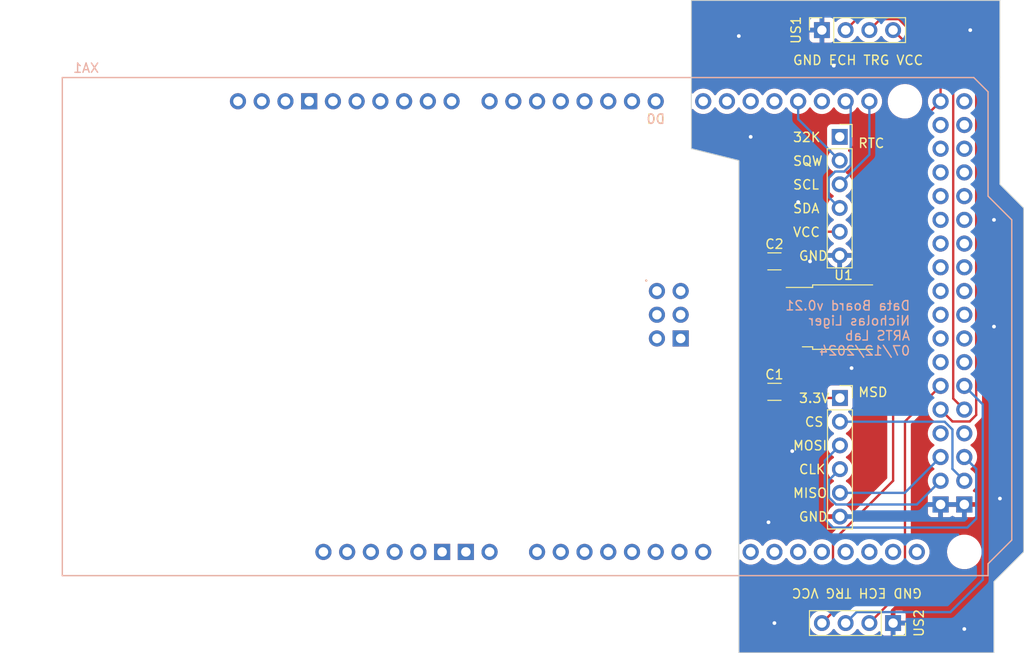
<source format=kicad_pcb>
(kicad_pcb (version 20221018) (generator pcbnew)
  (layers (0 "F.Cu" signal) (31 "B.Cu" signal) (34 "B.Paste" user) (35 "F.Paste" user) (36 "B.SilkS" user "B.Silkscreen") (37 "F.SilkS" user "F.Silkscreen") (38 "B.Mask" user) (39 "F.Mask" user) (44 "Edge.Cuts" user))
  (net 0 "")
  (net 1 "GND")
  (net 2 "Net-(Micro_SD1-3.3V)")
  (net 3 "Net-(Micro_SD1-CS)")
  (net 4 "Net-(Micro_SD1-MOSI)")
  (net 5 "Net-(Micro_SD1-CLK)")
  (net 6 "Net-(Micro_SD1-MISO)")
  (net 7 "Net-(U1-VIN)")
  (net 9 "Net-(RT1-~{INT}{slash}SQW)")
  (net 10 "Net-(RT1-SCL)")
  (net 51 "Net-(RT1-SDA)")
  (net 52 "Net-(US1-ECHO)")
  (net 90 "Net-(US1-TRIG)")
  (net 91 "Net-(US2-ECHO)")
  (net 92 "Net-(US2-TRIG)")
  (footprint "Connector_PinSocket_2.54mm:PinSocket_1x04_P2.54mm_Vertical" (layer "F.Cu") (at 191.77 132.08 -90)
    (fp_text reference "US2" (at 0 -2.77 90) (layer "F.SilkS"))
    (fp_text value "JSN-04")
    (fp_line (start -1.33 1.27) (end -1.33 8.95) (stroke (width 0.12)) (layer "F.SilkS"))
    (fp_line (start -1.33 1.27) (end 1.33 1.27) (stroke (width 0.12)) (layer "F.SilkS"))
    (fp_line (start -1.33 8.95) (end 1.33 8.95) (stroke (width 0.12)) (layer "F.SilkS"))
    (fp_line (start 0 -1.33) (end 1.33 -1.33) (stroke (width 0.12)) (layer "F.SilkS"))
    (fp_line (start 1.33 -1.33) (end 1.33 0) (stroke (width 0.12)) (layer "F.SilkS"))
    (fp_line (start 1.33 1.27) (end 1.33 8.95) (stroke (width 0.12)) (layer "F.SilkS"))
    (pad "1" thru_hole rect (at 0 0 270) (size 1.7 1.7) (drill 1) (layers "*.Cu" "*.Mask") (net 1 "GND"))
    (pad "2" thru_hole oval (at 0 2.54 270) (size 1.7 1.7) (drill 1) (layers "*.Cu" "*.Mask") (net 91 "Net-(US2-ECHO)"))
    (pad "3" thru_hole oval (at 0 5.08 270) (size 1.7 1.7) (drill 1) (layers "*.Cu" "*.Mask") (net 92 "Net-(US2-TRIG)"))
    (pad "4" thru_hole oval (at 0 7.62 270) (size 1.7 1.7) (drill 1) (layers "*.Cu" "*.Mask") (net 7 "Net-(U1-VIN)"))
  )
  (footprint "Capacitor_SMD:C_1206_3216Metric" (layer "F.Cu") (at 179.07 93.345)
    (fp_text reference "C2" (at 0 -1.85) (layer "F.SilkS"))
    (fp_text value "0.33 µF")
    (fp_line (start -0.711252 -0.91) (end 0.711252 -0.91) (stroke (width 0.12)) (layer "F.SilkS"))
    (fp_line (start -0.711252 0.91) (end 0.711252 0.91) (stroke (width 0.12)) (layer "F.SilkS"))
    (pad "1" smd roundrect (at -1.475 0) (size 1.15 1.8) (layers "F.Cu" "F.Paste" "F.Mask") (roundrect_rratio 0.217391) (net 1 "GND"))
    (pad "2" smd roundrect (at 1.475 0) (size 1.15 1.8) (layers "F.Cu" "F.Paste" "F.Mask") (roundrect_rratio 0.217391) (net 7 "Net-(U1-VIN)"))
  )
  (footprint "Connector_PinSocket_2.54mm:PinSocket_1x06_P2.54mm_Vertical" (layer "F.Cu") (at 186.08 107.975)
    (fp_text reference "Micro_SD1" hide)
    (fp_text value "microSD_small")
    (fp_line (start -1.33 1.27) (end -1.33 14.03) (stroke (width 0.12)) (layer "F.SilkS"))
    (fp_line (start -1.33 1.27) (end 1.33 1.27) (stroke (width 0.12)) (layer "F.SilkS"))
    (fp_line (start -1.33 14.03) (end 1.33 14.03) (stroke (width 0.12)) (layer "F.SilkS"))
    (fp_line (start 0 -1.33) (end 1.33 -1.33) (stroke (width 0.12)) (layer "F.SilkS"))
    (fp_line (start 1.33 -1.33) (end 1.33 0) (stroke (width 0.12)) (layer "F.SilkS"))
    (fp_line (start 1.33 1.27) (end 1.33 14.03) (stroke (width 0.12)) (layer "F.SilkS"))
    (pad "1" thru_hole rect (at 0 0) (size 1.7 1.7) (drill 1) (layers "*.Cu" "*.Mask") (net 2 "Net-(Micro_SD1-3.3V)"))
    (pad "2" thru_hole oval (at 0 2.54) (size 1.7 1.7) (drill 1) (layers "*.Cu" "*.Mask") (net 3 "Net-(Micro_SD1-CS)"))
    (pad "3" thru_hole oval (at 0 5.08) (size 1.7 1.7) (drill 1) (layers "*.Cu" "*.Mask") (net 4 "Net-(Micro_SD1-MOSI)"))
    (pad "4" thru_hole oval (at 0 7.62) (size 1.7 1.7) (drill 1) (layers "*.Cu" "*.Mask") (net 5 "Net-(Micro_SD1-CLK)"))
    (pad "5" thru_hole oval (at 0 10.16) (size 1.7 1.7) (drill 1) (layers "*.Cu" "*.Mask") (net 6 "Net-(Micro_SD1-MISO)"))
    (pad "6" thru_hole oval (at 0 12.7) (size 1.7 1.7) (drill 1) (layers "*.Cu" "*.Mask") (net 1 "GND"))
  )
  (footprint "Capacitor_SMD:C_1206_3216Metric" (layer "F.Cu") (at 179.07 107.315)
    (fp_text reference "C1" (at 0 -1.85) (layer "F.SilkS"))
    (fp_text value "0.1 µF")
    (fp_line (start -0.711252 -0.91) (end 0.711252 -0.91) (stroke (width 0.12)) (layer "F.SilkS"))
    (fp_line (start -0.711252 0.91) (end 0.711252 0.91) (stroke (width 0.12)) (layer "F.SilkS"))
    (pad "1" smd roundrect (at -1.475 0) (size 1.15 1.8) (layers "F.Cu" "F.Paste" "F.Mask") (roundrect_rratio 0.217391) (net 1 "GND"))
    (pad "2" smd roundrect (at 1.475 0) (size 1.15 1.8) (layers "F.Cu" "F.Paste" "F.Mask") (roundrect_rratio 0.217391) (net 2 "Net-(Micro_SD1-3.3V)"))
  )
  (footprint "Connector_PinSocket_2.54mm:PinSocket_1x06_P2.54mm_Vertical" (layer "F.Cu") (at 186.055 80.01)
    (fp_text reference "RT1" hide)
    (fp_text value "Real Time Clock")
    (fp_line (start -1.33 1.27) (end -1.33 14.03) (stroke (width 0.12)) (layer "F.SilkS"))
    (fp_line (start -1.33 1.27) (end 1.33 1.27) (stroke (width 0.12)) (layer "F.SilkS"))
    (fp_line (start -1.33 14.03) (end 1.33 14.03) (stroke (width 0.12)) (layer "F.SilkS"))
    (fp_line (start 0 -1.33) (end 1.33 -1.33) (stroke (width 0.12)) (layer "F.SilkS"))
    (fp_line (start 1.33 -1.33) (end 1.33 0) (stroke (width 0.12)) (layer "F.SilkS"))
    (fp_line (start 1.33 1.27) (end 1.33 14.03) (stroke (width 0.12)) (layer "F.SilkS"))
    (pad "1" thru_hole rect (at 0 0) (size 1.7 1.7) (drill 1) (layers "*.Cu" "*.Mask"))
    (pad "2" thru_hole oval (at 0 2.54) (size 1.7 1.7) (drill 1) (layers "*.Cu" "*.Mask") (net 9 "Net-(RT1-~{INT}{slash}SQW)"))
    (pad "3" thru_hole oval (at 0 5.08) (size 1.7 1.7) (drill 1) (layers "*.Cu" "*.Mask") (net 10 "Net-(RT1-SCL)"))
    (pad "4" thru_hole oval (at 0 7.62) (size 1.7 1.7) (drill 1) (layers "*.Cu" "*.Mask") (net 51 "Net-(RT1-SDA)"))
    (pad "5" thru_hole oval (at 0 10.16) (size 1.7 1.7) (drill 1) (layers "*.Cu" "*.Mask") (net 2 "Net-(Micro_SD1-3.3V)"))
    (pad "6" thru_hole oval (at 0 12.7) (size 1.7 1.7) (drill 1) (layers "*.Cu" "*.Mask") (net 1 "GND"))
  )
  (footprint "PCM_arduino-library:Arduino_Mega2560_R3_Shield" (layer "F.Cu") (at 102.87 127)
    (fp_text reference "XA1" (at 2.54 -54.356) (layer "B.SilkS") (effects (justify mirror)))
    (fp_text value "Arduino_Mega2560_Shield")
    (fp_text user "." (at 62.484 -32.004) (layer "B.SilkS"))
    (fp_text user "D0" (at 63.5 -48.895 unlocked) (layer "B.SilkS") (effects (justify mirror)))
    (fp_text user "." (at 62.484 -32.004) (layer "F.SilkS"))
    (fp_text user "D0" (at 63.5 -48.895 unlocked) (layer "F.SilkS"))
    (fp_line (start 0 -53.34) (end 0 0) (stroke (width 0.15)) (layer "B.SilkS"))
    (fp_line (start 0 -53.34) (end 97.536 -53.34) (stroke (width 0.15)) (layer "B.SilkS"))
    (fp_line (start 0 0) (end 99.06 0) (stroke (width 0.15)) (layer "B.SilkS"))
    (fp_line (start 97.536 -53.34) (end 99.06 -51.816) (stroke (width 0.15)) (layer "B.SilkS"))
    (fp_line (start 99.06 -40.64) (end 99.06 -51.816) (stroke (width 0.15)) (layer "B.SilkS"))
    (fp_line (start 99.06 -1.27) (end 101.6 -3.81) (stroke (width 0.15)) (layer "B.SilkS"))
    (fp_line (start 99.06 0) (end 99.06 -1.27) (stroke (width 0.15)) (layer "B.SilkS"))
    (fp_line (start 101.6 -38.1) (end 99.06 -40.64) (stroke (width 0.15)) (layer "B.SilkS"))
    (fp_line (start 101.6 -3.81) (end 101.6 -38.1) (stroke (width 0.15)) (layer "B.SilkS"))
    (pad "" np_thru_hole circle (at 13.97 -2.54) (size 3.2 3.2) (drill 3.2) (layers "*.Cu" "*.Mask"))
    (pad "" np_thru_hole circle (at 15.24 -50.8) (size 3.2 3.2) (drill 3.2) (layers "*.Cu" "*.Mask"))
    (pad "" thru_hole oval (at 27.94 -2.54) (size 1.7272 1.7272) (drill 1.016) (layers "*.Cu" "*.Mask"))
    (pad "" np_thru_hole circle (at 66.04 -35.56) (size 3.2 3.2) (drill 3.2) (layers "*.Cu" "*.Mask"))
    (pad "" np_thru_hole circle (at 66.04 -7.62) (size 3.2 3.2) (drill 3.2) (layers "*.Cu" "*.Mask"))
    (pad "" np_thru_hole circle (at 90.17 -50.8) (size 3.2 3.2) (drill 3.2) (layers "*.Cu" "*.Mask"))
    (pad "" np_thru_hole circle (at 96.52 -2.54) (size 3.2 3.2) (drill 3.2) (layers "*.Cu" "*.Mask"))
    (pad "3V3" thru_hole oval (at 35.56 -2.54) (size 1.7272 1.7272) (drill 1.016) (layers "*.Cu" "*.Mask"))
    (pad "5V1" thru_hole oval (at 38.1 -2.54) (size 1.7272 1.7272) (drill 1.016) (layers "*.Cu" "*.Mask"))
    (pad "5V2" thru_hole oval (at 66.167 -30.48) (size 1.7272 1.7272) (drill 1.016) (layers "*.Cu" "*.Mask"))
    (pad "5V3" thru_hole oval (at 93.98 -50.8) (size 1.7272 1.7272) (drill 1.016) (layers "*.Cu" "*.Mask") (net 7 "Net-(U1-VIN)"))
    (pad "5V4" thru_hole oval (at 96.52 -50.8) (size 1.7272 1.7272) (drill 1.016) (layers "*.Cu" "*.Mask"))
    (pad "A0" thru_hole oval (at 50.8 -2.54) (size 1.7272 1.7272) (drill 1.016) (layers "*.Cu" "*.Mask"))
    (pad "A1" thru_hole oval (at 53.34 -2.54) (size 1.7272 1.7272) (drill 1.016) (layers "*.Cu" "*.Mask"))
    (pad "A2" thru_hole oval (at 55.88 -2.54) (size 1.7272 1.7272) (drill 1.016) (layers "*.Cu" "*.Mask"))
    (pad "A3" thru_hole oval (at 58.42 -2.54) (size 1.7272 1.7272) (drill 1.016) (layers "*.Cu" "*.Mask"))
    (pad "A4" thru_hole oval (at 60.96 -2.54) (size 1.7272 1.7272) (drill 1.016) (layers "*.Cu" "*.Mask"))
    (pad "A5" thru_hole oval (at 63.5 -2.54) (size 1.7272 1.7272) (drill 1.016) (layers "*.Cu" "*.Mask"))
    (pad "A6" thru_hole oval (at 66.04 -2.54) (size 1.7272 1.7272) (drill 1.016) (layers "*.Cu" "*.Mask"))
    (pad "A7" thru_hole oval (at 68.58 -2.54) (size 1.7272 1.7272) (drill 1.016) (layers "*.Cu" "*.Mask"))
    (pad "A8" thru_hole oval (at 73.66 -2.54) (size 1.7272 1.7272) (drill 1.016) (layers "*.Cu" "*.Mask"))
    (pad "A9" thru_hole oval (at 76.2 -2.54) (size 1.7272 1.7272) (drill 1.016) (layers "*.Cu" "*.Mask"))
    (pad "A10" thru_hole oval (at 78.74 -2.54) (size 1.7272 1.7272) (drill 1.016) (layers "*.Cu" "*.Mask"))
    (pad "A11" thru_hole oval (at 81.28 -2.54) (size 1.7272 1.7272) (drill 1.016) (layers "*.Cu" "*.Mask"))
    (pad "A12" thru_hole oval (at 83.82 -2.54) (size 1.7272 1.7272) (drill 1.016) (layers "*.Cu" "*.Mask"))
    (pad "A13" thru_hole oval (at 86.36 -2.54) (size 1.7272 1.7272) (drill 1.016) (layers "*.Cu" "*.Mask"))
    (pad "A14" thru_hole oval (at 88.9 -2.54) (size 1.7272 1.7272) (drill 1.016) (layers "*.Cu" "*.Mask"))
    (pad "A15" thru_hole oval (at 91.44 -2.54) (size 1.7272 1.7272) (drill 1.016) (layers "*.Cu" "*.Mask"))
    (pad "AREF" thru_hole oval (at 23.876 -50.8) (size 1.7272 1.7272) (drill 1.016) (layers "*.Cu" "*.Mask"))
    (pad "D0" thru_hole oval (at 63.5 -50.8) (size 1.7272 1.7272) (drill 1.016) (layers "*.Cu" "*.Mask"))
    (pad "D1" thru_hole oval (at 60.96 -50.8) (size 1.7272 1.7272) (drill 1.016) (layers "*.Cu" "*.Mask"))
    (pad "D2" thru_hole oval (at 58.42 -50.8) (size 1.7272 1.7272) (drill 1.016) (layers "*.Cu" "*.Mask"))
    (pad "D3" thru_hole oval (at 55.88 -50.8) (size 1.7272 1.7272) (drill 1.016) (layers "*.Cu" "*.Mask"))
    (pad "D4" thru_hole oval (at 53.34 -50.8) (size 1.7272 1.7272) (drill 1.016) (layers "*.Cu" "*.Mask"))
    (pad "D5" thru_hole oval (at 50.8 -50.8) (size 1.7272 1.7272) (drill 1.016) (layers "*.Cu" "*.Mask"))
    (pad "D6" thru_hole oval (at 48.26 -50.8) (size 1.7272 1.7272) (drill 1.016) (layers "*.Cu" "*.Mask"))
    (pad "D7" thru_hole oval (at 45.72 -50.8) (size 1.7272 1.7272) (drill 1.016) (layers "*.Cu" "*.Mask"))
    (pad "D8" thru_hole oval (at 41.656 -50.8) (size 1.7272 1.7272) (drill 1.016) (layers "*.Cu" "*.Mask"))
    (pad "D9" thru_hole oval (at 39.116 -50.8) (size 1.7272 1.7272) (drill 1.016) (layers "*.Cu" "*.Mask"))
    (pad "D10" thru_hole oval (at 36.576 -50.8) (size 1.7272 1.7272) (drill 1.016) (layers "*.Cu" "*.Mask"))
    (pad "D11" thru_hole oval (at 34.036 -50.8) (size 1.7272 1.7272) (drill 1.016) (layers "*.Cu" "*.Mask"))
    (pad "D12" thru_hole oval (at 31.496 -50.8) (size 1.7272 1.7272) (drill 1.016) (layers "*.Cu" "*.Mask"))
    (pad "D13" thru_hole oval (at 28.956 -50.8) (size 1.7272 1.7272) (drill 1.016) (layers "*.Cu" "*.Mask"))
    (pad "D14" thru_hole oval (at 68.58 -50.8) (size 1.7272 1.7272) (drill 1.016) (layers "*.Cu" "*.Mask"))
    (pad "D15" thru_hole oval (at 71.12 -50.8) (size 1.7272 1.7272) (drill 1.016) (layers "*.Cu" "*.Mask"))
    (pad "D16" thru_hole oval (at 73.66 -50.8) (size 1.7272 1.7272) (drill 1.016) (layers "*.Cu" "*.Mask"))
    (pad "D17" thru_hole oval (at 76.2 -50.8) (size 1.7272 1.7272) (drill 1.016) (layers "*.Cu" "*.Mask"))
    (pad "D18" thru_hole oval (at 78.74 -50.8) (size 1.7272 1.7272) (drill 1.016) (layers "*.Cu" "*.Mask") (net 9 "Net-(RT1-~{INT}{slash}SQW)"))
    (pad "D19" thru_hole oval (at 81.28 -50.8) (size 1.7272 1.7272) (drill 1.016) (layers "*.Cu" "*.Mask"))
    (pad "D20" thru_hole oval (at 83.82 -50.8) (size 1.7272 1.7272) (drill 1.016) (layers "*.Cu" "*.Mask") (net 51 "Net-(RT1-SDA)"))
    (pad "D21" thru_hole oval (at 86.36 -50.8) (size 1.7272 1.7272) (drill 1.016) (layers "*.Cu" "*.Mask") (net 10 "Net-(RT1-SCL)"))
    (pad "D22" thru_hole oval (at 93.98 -48.26) (size 1.7272 1.7272) (drill 1.016) (layers "*.Cu" "*.Mask"))
    (pad "D23" thru_hole oval (at 96.52 -48.26) (size 1.7272 1.7272) (drill 1.016) (layers "*.Cu" "*.Mask"))
    (pad "D24" thru_hole oval (at 93.98 -45.72) (size 1.7272 1.7272) (drill 1.016) (layers "*.Cu" "*.Mask"))
    (pad "D25" thru_hole oval (at 96.52 -45.72) (size 1.7272 1.7272) (drill 1.016) (layers "*.Cu" "*.Mask"))
    (pad "D26" thru_hole oval (at 93.98 -43.18) (size 1.7272 1.7272) (drill 1.016) (layers "*.Cu" "*.Mask"))
    (pad "D27" thru_hole oval (at 96.52 -43.18) (size 1.7272 1.7272) (drill 1.016) (layers "*.Cu" "*.Mask"))
    (pad "D28" thru_hole oval (at 93.98 -40.64) (size 1.7272 1.7272) (drill 1.016) (layers "*.Cu" "*.Mask"))
    (pad "D29" thru_hole oval (at 96.52 -40.64) (size 1.7272 1.7272) (drill 1.016) (layers "*.Cu" "*.Mask"))
    (pad "D30" thru_hole oval (at 93.98 -38.1) (size 1.7272 1.7272) (drill 1.016) (layers "*.Cu" "*.Mask"))
    (pad "D31" thru_hole oval (at 96.52 -38.1) (size 1.7272 1.7272) (drill 1.016) (layers "*.Cu" "*.Mask"))
    (pad "D32" thru_hole oval (at 93.98 -35.56) (size 1.7272 1.7272) (drill 1.016) (layers "*.Cu" "*.Mask"))
    (pad "D33" thru_hole oval (at 96.52 -35.56) (size 1.7272 1.7272) (drill 1.016) (layers "*.Cu" "*.Mask"))
    (pad "D34" thru_hole oval (at 93.98 -33.02) (size 1.7272 1.7272) (drill 1.016) (layers "*.Cu" "*.Mask"))
    (pad "D35" thru_hole oval (at 96.52 -33.02) (size 1.7272 1.7272) (drill 1.016) (layers "*.Cu" "*.Mask"))
    (pad "D36" thru_hole oval (at 93.98 -30.48) (size 1.7272 1.7272) (drill 1.016) (layers "*.Cu" "*.Mask"))
    (pad "D37" thru_hole oval (at 96.52 -30.48) (size 1.7272 1.7272) (drill 1.016) (layers "*.Cu" "*.Mask"))
    (pad "D38" thru_hole oval (at 93.98 -27.94) (size 1.7272 1.7272) (drill 1.016) (layers "*.Cu" "*.Mask"))
    (pad "D39" thru_hole oval (at 96.52 -27.94) (size 1.7272 1.7272) (drill 1.016) (layers "*.Cu" "*.Mask"))
    (pad "D40" thru_hole oval (at 93.98 -25.4) (size 1.7272 1.7272) (drill 1.016) (layers "*.Cu" "*.Mask"))
    (pad "D41" thru_hole oval (at 96.52 -25.4) (size 1.7272 1.7272) (drill 1.016) (layers "*.Cu" "*.Mask"))
    (pad "D42" thru_hole oval (at 93.98 -22.86) (size 1.7272 1.7272) (drill 1.016) (layers "*.Cu" "*.Mask"))
    (pad "D43" thru_hole oval (at 96.52 -22.86) (size 1.7272 1.7272) (drill 1.016) (layers "*.Cu" "*.Mask"))
    (pad "D44" thru_hole oval (at 93.98 -20.32) (size 1.7272 1.7272) (drill 1.016) (layers "*.Cu" "*.Mask") (net 91 "Net-(US2-ECHO)"))
    (pad "D45" thru_hole oval (at 96.52 -20.32) (size 1.7272 1.7272) (drill 1.016) (layers "*.Cu" "*.Mask") (net 92 "Net-(US2-TRIG)"))
    (pad "D46" thru_hole oval (at 93.98 -17.78) (size 1.7272 1.7272) (drill 1.016) (layers "*.Cu" "*.Mask") (net 52 "Net-(US1-ECHO)"))
    (pad "D47" thru_hole oval (at 96.52 -17.78) (size 1.7272 1.7272) (drill 1.016) (layers "*.Cu" "*.Mask") (net 90 "Net-(US1-TRIG)"))
    (pad "D48" thru_hole oval (at 93.98 -15.24) (size 1.7272 1.7272) (drill 1.016) (layers "*.Cu" "*.Mask"))
    (pad "D49" thru_hole oval (at 96.52 -15.24) (size 1.7272 1.7272) (drill 1.016) (layers "*.Cu" "*.Mask"))
    (pad "D50" thru_hole oval (at 93.98 -12.7) (size 1.7272 1.7272) (drill 1.016) (layers "*.Cu" "*.Mask") (net 6 "Net-(Micro_SD1-MISO)"))
    (pad "D51" thru_hole oval (at 96.52 -12.7) (size 1.7272 1.7272) (drill 1.016) (layers "*.Cu" "*.Mask") (net 4 "Net-(Micro_SD1-MOSI)"))
    (pad "D52" thru_hole oval (at 93.98 -10.16) (size 1.7272 1.7272) (drill 1.016) (layers "*.Cu" "*.Mask") (net 5 "Net-(Micro_SD1-CLK)"))
    (pad "D53" thru_hole oval (at 96.52 -10.16) (size 1.7272 1.7272) (drill 1.016) (layers "*.Cu" "*.Mask") (net 3 "Net-(Micro_SD1-CS)"))
    (pad "GND1" thru_hole rect (at 26.416 -50.8) (size 1.7272 1.7272) (drill 1.016) (layers "*.Cu" "*.Mask"))
    (pad "GND2" thru_hole rect (at 40.64 -2.54) (size 1.7272 1.7272) (drill 1.016) (layers "*.Cu" "*.Mask"))
    (pad "GND3" thru_hole rect (at 43.18 -2.54) (size 1.7272 1.7272) (drill 1.016) (layers "*.Cu" "*.Mask"))
    (pad "GND4" thru_hole rect (at 66.167 -25.4) (size 1.7272 1.7272) (drill 1.016) (layers "*.Cu" "*.Mask"))
    (pad "GND5" thru_hole rect (at 93.98 -7.62) (size 1.7272 1.7272) (drill 1.016) (layers "*.Cu" "*.Mask") (net 1 "GND"))
    (pad "GND6" thru_hole rect (at 96.52 -7.62) (size 1.7272 1.7272) (drill 1.016) (layers "*.Cu" "*.Mask") (net 1 "GND"))
    (pad "IORF" thru_hole oval (at 30.48 -2.54) (size 1.7272 1.7272) (drill 1.016) (layers "*.Cu" "*.Mask"))
    (pad "MISO" thru_hole oval (at 63.627 -30.48) (size 1.7272 1.7272) (drill 1.016) (layers "*.Cu" "*.Mask"))
    (pad "MOSI" thru_hole oval (at 66.167 -27.94) (size 1.7272 1.7272) (drill 1.016) (layers "*.Cu" "*.Mask"))
    (pad "RST1" thru_hole oval (at 33.02 -2.54) (size 1.7272 1.7272) (drill 1.016) (layers "*.Cu" "*.Mask"))
    (pad "RST2" thru_hole oval (at 63.627 -25.4) (size 1.7272 1.7272) (drill 1.016) (layers "*.Cu" "*.Mask"))
    (pad "SCK" thru_hole oval (at 63.627 -27.94) (size 1.7272 1.7272) (drill 1.016) (layers "*.Cu" "*.Mask"))
    (pad "SCL" thru_hole oval (at 18.796 -50.8) (size 1.7272 1.7272) (drill 1.016) (layers "*.Cu" "*.Mask"))
    (pad "SDA" thru_hole oval (at 21.336 -50.8) (size 1.7272 1.7272) (drill 1.016) (layers "*.Cu" "*.Mask"))
    (pad "VIN" thru_hole oval (at 45.72 -2.54) (size 1.7272 1.7272) (drill 1.016) (layers "*.Cu" "*.Mask"))
  )
  (footprint "Connector_PinSocket_2.54mm:PinSocket_1x04_P2.54mm_Vertical" (layer "F.Cu") (at 184.15 68.58 90)
    (fp_text reference "US1" (at 0 -2.77 90) (layer "F.SilkS"))
    (fp_text value "JSN-04")
    (fp_line (start -1.33 1.27) (end -1.33 8.95) (stroke (width 0.12)) (layer "F.SilkS"))
    (fp_line (start -1.33 1.27) (end 1.33 1.27) (stroke (width 0.12)) (layer "F.SilkS"))
    (fp_line (start -1.33 8.95) (end 1.33 8.95) (stroke (width 0.12)) (layer "F.SilkS"))
    (fp_line (start 0 -1.33) (end 1.33 -1.33) (stroke (width 0.12)) (layer "F.SilkS"))
    (fp_line (start 1.33 -1.33) (end 1.33 0) (stroke (width 0.12)) (layer "F.SilkS"))
    (fp_line (start 1.33 1.27) (end 1.33 8.95) (stroke (width 0.12)) (layer "F.SilkS"))
    (pad "1" thru_hole rect (at 0 0 90) (size 1.7 1.7) (drill 1) (layers "*.Cu" "*.Mask") (net 1 "GND"))
    (pad "2" thru_hole oval (at 0 2.54 90) (size 1.7 1.7) (drill 1) (layers "*.Cu" "*.Mask") (net 52 "Net-(US1-ECHO)"))
    (pad "3" thru_hole oval (at 0 5.08 90) (size 1.7 1.7) (drill 1) (layers "*.Cu" "*.Mask") (net 90 "Net-(US1-TRIG)"))
    (pad "4" thru_hole oval (at 0 7.62 90) (size 1.7 1.7) (drill 1) (layers "*.Cu" "*.Mask") (net 7 "Net-(U1-VIN)"))
  )
  (footprint "Package_TO_SOT_SMD:TO-252-3_TabPin2" (layer "F.Cu") (at 186.47 99.315)
    (fp_text reference "U1" (at 0 -4.5) (layer "F.SilkS"))
    (fp_text value "Fixed 3.3V Linear Regulator")
    (fp_line (start -3.31 -3.45) (end -3.31 -3.18) (stroke (width 0.12)) (layer "F.SilkS"))
    (fp_line (start -3.31 -3.18) (end -6.14 -3.18) (stroke (width 0.12)) (layer "F.SilkS"))
    (fp_line (start -3.31 3.18) (end -4.41 3.18) (stroke (width 0.12)) (layer "F.SilkS"))
    (fp_line (start -3.31 3.45) (end -3.31 3.18) (stroke (width 0.12)) (layer "F.SilkS"))
    (fp_line (start 3.11 -3.45) (end -3.31 -3.45) (stroke (width 0.12)) (layer "F.SilkS"))
    (fp_line (start 3.11 3.45) (end -3.31 3.45) (stroke (width 0.12)) (layer "F.SilkS"))
    (pad "1" smd roundrect (at -5.04 -2.28) (size 2.2 1.2) (layers "F.Cu" "F.Paste" "F.Mask") (roundrect_rratio 0.208333) (net 7 "Net-(U1-VIN)"))
    (pad "2" smd roundrect (at -5.04 0) (size 2.2 1.2) (layers "F.Cu" "F.Paste" "F.Mask") (roundrect_rratio 0.208333) (net 1 "GND"))
    (pad "2" smd roundrect (at -0.415 -1.525) (size 3.05 2.75) (layers "F.Cu" "F.Paste") (roundrect_rratio 0.090909) (net 1 "GND"))
    (pad "2" smd roundrect (at -0.415 1.525) (size 3.05 2.75) (layers "F.Cu" "F.Paste") (roundrect_rratio 0.090909) (net 1 "GND"))
    (pad "2" smd roundrect (at 1.26 0) (size 6.4 5.8) (layers "F.Cu" "F.Mask") (roundrect_rratio 0.043103) (net 1 "GND"))
    (pad "2" smd roundrect (at 2.935 -1.525) (size 3.05 2.75) (layers "F.Cu" "F.Paste") (roundrect_rratio 0.090909) (net 1 "GND"))
    (pad "2" smd roundrect (at 2.935 1.525) (size 3.05 2.75) (layers "F.Cu" "F.Paste") (roundrect_rratio 0.090909) (net 1 "GND"))
    (pad "3" smd roundrect (at -5.04 2.28) (size 2.2 1.2) (layers "F.Cu" "F.Paste" "F.Mask") (roundrect_rratio 0.208333) (net 2 "Net-(Micro_SD1-3.3V)"))
  )
  (gr_line (start 205.74 87.63) (end 203.2 85.09) (stroke (width 0.1)) (layer "Edge.Cuts"))
  (gr_line (start 175.26 135.255) (end 202.565 135.255) (stroke (width 0.1)) (layer "Edge.Cuts"))
  (gr_line (start 202.565 135.255) (end 202.565 127.635) (stroke (width 0.1)) (layer "Edge.Cuts"))
  (gr_line (start 203.2 65.405) (end 203.2 73.66) (stroke (width 0.1)) (layer "Edge.Cuts"))
  (gr_line (start 170.18 65.405) (end 203.2 65.405) (stroke (width 0.1)) (layer "Edge.Cuts"))
  (gr_line (start 170.18 73.66) (end 170.18 65.405) (stroke (width 0.1)) (layer "Edge.Cuts"))
  (gr_line (start 175.26 82.55) (end 170.18 81.28) (stroke (width 0.1)) (layer "Edge.Cuts"))
  (gr_line (start 205.74 124.46) (end 205.74 87.63) (stroke (width 0.1)) (layer "Edge.Cuts"))
  (gr_line (start 175.26 127) (end 175.26 135.255) (stroke (width 0.1)) (layer "Edge.Cuts"))
  (gr_line (start 203.2 85.09) (end 203.2 73.66) (stroke (width 0.1)) (layer "Edge.Cuts"))
  (gr_line (start 170.18 73.66) (end 170.18 81.28) (stroke (width 0.1)) (layer "Edge.Cuts"))
  (gr_line (start 202.565 127.635) (end 205.74 124.46) (stroke (width 0.1)) (layer "Edge.Cuts"))
  (gr_line (start 175.26 127) (end 175.26 82.55) (stroke (width 0.1)) (layer "Edge.Cuts"))
  (gr_text "Data Board v0.21\nNicholas Liger\nARTS Lab\n07/12/2024" (at 193.675 103.505) (layer "B.SilkS") (effects (font (size 1 1)) (justify left bottom mirror)))
  (gr_text "GND ECH TRG VCC" (at 194.945 128.27 180) (layer "F.SilkS") (effects (font (size 1 1)) (justify left bottom)))
  (gr_text "CS" (at 182.245 111.125) (layer "F.SilkS") (effects (font (size 1 1)) (justify left bottom)))
  (gr_text "MISO" (at 180.975 118.745) (layer "F.SilkS") (effects (font (size 1 1)) (justify left bottom)))
  (gr_text "RTC" (at 187.96 81.28) (layer "F.SilkS") (effects (font (size 1 1)) (justify left bottom)))
  (gr_text "GND" (at 181.61 121.285) (layer "F.SilkS") (effects (font (size 1 1)) (justify left bottom)))
  (gr_text "GND ECH TRG VCC" (at 180.975 72.39) (layer "F.SilkS") (effects (font (size 1 1)) (justify left bottom)))
  (gr_text "3.3V" (at 181.61 108.585) (layer "F.SilkS") (effects (font (size 1 1)) (justify left bottom)))
  (gr_text "MOSI" (at 180.975 113.665) (layer "F.SilkS") (effects (font (size 1 1)) (justify left bottom)))
  (gr_text "SQW" (at 180.975 83.185) (layer "F.SilkS") (effects (font (size 1 1)) (justify left bottom)))
  (gr_text "SCL" (at 180.975 85.725) (layer "F.SilkS") (effects (font (size 1 1)) (justify left bottom)))
  (gr_text "VCC" (at 180.975 90.805) (layer "F.SilkS") (effects (font (size 1 1)) (justify left bottom)))
  (gr_text "MSD" (at 187.96 107.95) (layer "F.SilkS") (effects (font (size 1 1)) (justify left bottom)))
  (gr_text "32K" (at 180.975 80.645) (layer "F.SilkS") (effects (font (size 1 1)) (justify left bottom)))
  (gr_text "SDA" (at 180.975 88.265) (layer "F.SilkS") (effects (font (size 1 1)) (justify left bottom)))
  (gr_text "GND" (at 181.61 93.345) (layer "F.SilkS") (effects (font (size 1 1)) (justify left bottom)))
  (gr_text "CLK" (at 181.61 116.205) (layer "F.SilkS") (effects (font (size 1 1)) (justify left bottom)))
  (via (at 200.025 68.58) (size 0.8) (drill 0.4) (layers "F.Cu" "B.Cu") (net 1))
  (via (at 185.42 72.39) (size 0.8) (drill 0.4) (layers "F.Cu" "B.Cu") (net 1))
  (via (at 180.975 113.665) (size 0.8) (drill 0.4) (layers "F.Cu" "B.Cu") (net 1))
  (via (at 187.325 104.775) (size 0.8) (drill 0.4) (layers "F.Cu" "B.Cu") (net 1))
  (via (at 202.565 100.33) (size 0.8) (drill 0.4) (layers "F.Cu" "B.Cu") (net 1))
  (via (at 179.07 132.08) (size 0.8) (drill 0.4) (layers "F.Cu" "B.Cu") (net 1))
  (via (at 202.565 88.9) (size 0.8) (drill 0.4) (layers "F.Cu" "B.Cu") (net 1))
  (via (at 199.39 132.715) (size 0.8) (drill 0.4) (layers "F.Cu" "B.Cu") (net 1))
  (via (at 176.53 80.01) (size 0.8) (drill 0.4) (layers "F.Cu" "B.Cu") (net 1))
  (via (at 182.88 93.345) (size 0.8) (drill 0.4) (layers "F.Cu" "B.Cu") (net 1))
  (via (at 178.435 121.285) (size 0.8) (drill 0.4) (layers "F.Cu" "B.Cu") (net 1))
  (via (at 203.2 118.745) (size 0.8) (drill 0.4) (layers "F.Cu" "B.Cu") (net 1))
  (via (at 181.61 86.995) (size 0.8) (drill 0.4) (layers "F.Cu" "B.Cu") (net 1))
  (via (at 175.26 69.215) (size 0.8) (drill 0.4) (layers "F.Cu" "B.Cu") (net 1))
  (segment (start 181.43 101.595) (end 180.545 102.48) (width 0.25) (layer "F.Cu") (net 2))
  (segment (start 175.895 96.06) (end 175.895 90.17) (width 0.25) (layer "F.Cu") (net 2))
  (segment (start 181.43 101.595) (end 175.895 96.06) (width 0.25) (layer "F.Cu") (net 2))
  (segment (start 180.545 104.775) (end 183.745 107.975) (width 0.25) (layer "F.Cu") (net 2))
  (segment (start 180.545 102.48) (end 180.545 104.775) (width 0.25) (layer "F.Cu") (net 2))
  (segment (start 175.895 90.17) (end 186.055 90.17) (width 0.25) (layer "F.Cu") (net 2))
  (segment (start 183.745 107.975) (end 186.08 107.975) (width 0.25) (layer "F.Cu") (net 2))
  (segment (start 180.545 104.775) (end 180.545 107.315) (width 0.25) (layer "F.Cu") (net 2))
  (segment (start 198.12 115.57) (end 199.39 116.84) (width 0.25) (layer "B.Cu") (net 3))
  (segment (start 186.08 110.515) (end 197.285935 110.515) (width 0.25) (layer "B.Cu") (net 3))
  (segment (start 198.12 111.349065) (end 198.12 115.57) (width 0.25) (layer "B.Cu") (net 3))
  (segment (start 197.285935 110.515) (end 198.12 111.349065) (width 0.25) (layer "B.Cu") (net 3))
  (segment (start 185.35 121.85) (end 199.715 121.85) (width 0.25) (layer "B.Cu") (net 4))
  (segment (start 200.66 115.57) (end 199.39 114.3) (width 0.25) (layer "B.Cu") (net 4))
  (segment (start 186.08 113.055) (end 184.455 114.68) (width 0.25) (layer "B.Cu") (net 4))
  (segment (start 184.455 114.68) (end 184.455 120.955) (width 0.25) (layer "B.Cu") (net 4))
  (segment (start 200.66 120.905) (end 200.66 115.57) (width 0.25) (layer "B.Cu") (net 4))
  (segment (start 199.715 121.85) (end 200.66 120.905) (width 0.25) (layer "B.Cu") (net 4))
  (segment (start 184.455 120.955) (end 185.35 121.85) (width 0.25) (layer "B.Cu") (net 4))
  (segment (start 194.31 119.38) (end 196.85 116.84) (width 0.25) (layer "B.Cu") (net 5))
  (segment (start 184.905 118.621701) (end 185.663299 119.38) (width 0.25) (layer "B.Cu") (net 5))
  (segment (start 185.663299 119.38) (end 194.31 119.38) (width 0.25) (layer "B.Cu") (net 5))
  (segment (start 186.08 115.595) (end 184.905 116.77) (width 0.25) (layer "B.Cu") (net 5))
  (segment (start 184.905 116.77) (end 184.905 118.621701) (width 0.25) (layer "B.Cu") (net 5))
  (segment (start 186.08 118.135) (end 193.015 118.135) (width 0.25) (layer "B.Cu") (net 6))
  (segment (start 193.015 118.135) (end 196.85 114.3) (width 0.25) (layer "B.Cu") (net 6))
  (segment (start 182.03 94.83) (end 180.545 93.345) (width 0.25) (layer "F.Cu") (net 7))
  (segment (start 189.865 95.885) (end 183.085 95.885) (width 0.25) (layer "F.Cu") (net 7))
  (segment (start 191.77 93.98) (end 189.865 93.98) (width 0.25) (layer "F.Cu") (net 7))
  (segment (start 183.085 95.885) (end 182.03 94.83) (width 0.25) (layer "F.Cu") (net 7))
  (segment (start 196.85 76.2) (end 189.865 83.185) (width 0.25) (layer "F.Cu") (net 7))
  (segment (start 191.77 116.84) (end 191.77 93.98) (width 0.25) (layer "F.Cu") (net 7))
  (segment (start 196.85 73.66) (end 196.85 76.2) (width 0.25) (layer "F.Cu") (net 7))
  (segment (start 185.3386 130.8914) (end 185.3386 123.2714) (width 0.25) (layer "F.Cu") (net 7))
  (segment (start 191.77 68.58) (end 196.85 73.66) (width 0.25) (layer "F.Cu") (net 7))
  (segment (start 189.865 93.98) (end 189.865 95.885) (width 0.25) (layer "F.Cu") (net 7))
  (segment (start 189.865 83.185) (end 189.865 93.98) (width 0.25) (layer "F.Cu") (net 7))
  (segment (start 184.15 132.08) (end 185.3386 130.8914) (width 0.25) (layer "F.Cu") (net 7))
  (segment (start 185.3386 123.2714) (end 191.77 116.84) (width 0.25) (layer "F.Cu") (net 7))
  (segment (start 182.03 96.435) (end 181.43 97.035) (width 0.25) (layer "F.Cu") (net 7))
  (segment (start 182.03 94.83) (end 182.03 96.435) (width 0.25) (layer "F.Cu") (net 7))
  (segment (start 181.61 78.105) (end 181.61 76.2) (width 0.25) (layer "B.Cu") (net 9))
  (segment (start 186.055 82.55) (end 181.61 78.105) (width 0.25) (layer "B.Cu") (net 9))
  (segment (start 189.23 81.915) (end 189.23 76.2) (width 0.25) (layer "B.Cu") (net 10))
  (segment (start 186.055 85.09) (end 189.23 81.915) (width 0.25) (layer "B.Cu") (net 10))
  (segment (start 186.541701 83.725) (end 187.23 83.036701) (width 0.25) (layer "B.Cu") (net 51))
  (segment (start 187.23 76.74) (end 186.69 76.2) (width 0.25) (layer "B.Cu") (net 51))
  (segment (start 184.88 86.455) (end 184.88 84.413299) (width 0.25) (layer "B.Cu") (net 51))
  (segment (start 187.23 83.036701) (end 187.23 76.74) (width 0.25) (layer "B.Cu") (net 51))
  (segment (start 185.568299 83.725) (end 186.541701 83.725) (width 0.25) (layer "B.Cu") (net 51))
  (segment (start 184.88 84.413299) (end 185.568299 83.725) (width 0.25) (layer "B.Cu") (net 51))
  (segment (start 186.055 87.63) (end 184.88 86.455) (width 0.25) (layer "B.Cu") (net 51))
  (segment (start 198.12 110.49) (end 196.85 109.22) (width 0.25) (layer "F.Cu") (net 52))
  (segment (start 200.66 109.793735) (end 199.963735 110.49) (width 0.25) (layer "F.Cu") (net 52))
  (segment (start 199.963735 110.49) (end 198.12 110.49) (width 0.25) (layer "F.Cu") (net 52))
  (segment (start 192.561396 66.955) (end 200.66 75.053604) (width 0.25) (layer "F.Cu") (net 52))
  (segment (start 186.69 68.58) (end 188.315 66.955) (width 0.25) (layer "F.Cu") (net 52))
  (segment (start 188.315 66.955) (end 192.561396 66.955) (width 0.25) (layer "F.Cu") (net 52))
  (segment (start 200.66 75.053604) (end 200.66 109.793735) (width 0.25) (layer "F.Cu") (net 52))
  (segment (start 190.405 67.405) (end 192.375 67.405) (width 0.25) (layer "F.Cu") (net 90))
  (segment (start 198.2014 108.0314) (end 199.39 109.22) (width 0.25) (layer "F.Cu") (net 90))
  (segment (start 198.2014 73.2314) (end 198.2014 108.0314) (width 0.25) (layer "F.Cu") (net 90))
  (segment (start 189.23 68.58) (end 190.405 67.405) (width 0.25) (layer "F.Cu") (net 90))
  (segment (start 192.375 67.405) (end 198.2014 73.2314) (width 0.25) (layer "F.Cu") (net 90))
  (segment (start 193.04 110.49) (end 196.85 106.68) (width 0.25) (layer "F.Cu") (net 91))
  (segment (start 189.23 132.08) (end 193.04 128.27) (width 0.25) (layer "F.Cu") (net 91))
  (segment (start 193.04 128.27) (end 193.04 110.49) (width 0.25) (layer "F.Cu") (net 91))
  (segment (start 186.69 132.08) (end 187.865 130.905) (width 0.25) (layer "B.Cu") (net 92))
  (segment (start 201.365 108.655) (end 199.39 106.68) (width 0.25) (layer "B.Cu") (net 92))
  (segment (start 197.9 130.905) (end 201.365 127.44) (width 0.25) (layer "B.Cu") (net 92))
  (segment (start 187.865 130.905) (end 197.9 130.905) (width 0.25) (layer "B.Cu") (net 92))
  (segment (start 201.365 127.44) (end 201.365 108.655) (width 0.25) (layer "B.Cu") (net 92))
  (zone (net 1) (net_name "GND") (layer "F.Cu") (connect_pads (clearance 0.5)) (min_thickness 0.25) (fill yes (thermal_gap 0.5) (thermal_bridge_width 0.5))
    (polygon (pts (xy 170.18 65.405) (xy 203.2 65.405) (xy 203.2 85.09) (xy 205.74 87.63) (xy 205.74 124.46) (xy 202.565 127.635) (xy 202.565 135.255) (xy 175.26 135.255) (xy 175.26 82.55) (xy 170.18 81.28)))
  )
  (zone (net 1) (net_name "GND") (layer "B.Cu") (priority 1) (connect_pads (clearance 0.5)) (min_thickness 0.25) (fill yes (thermal_gap 0.5) (thermal_bridge_width 0.5))
    (polygon (pts (xy 170.18 65.405) (xy 203.2 65.405) (xy 203.2 85.09) (xy 205.74 87.63) (xy 205.74 124.46) (xy 202.565 127.635) (xy 202.565 135.255) (xy 175.26 135.255) (xy 175.26 82.55) (xy 170.18 81.28)))
  )
)
</source>
